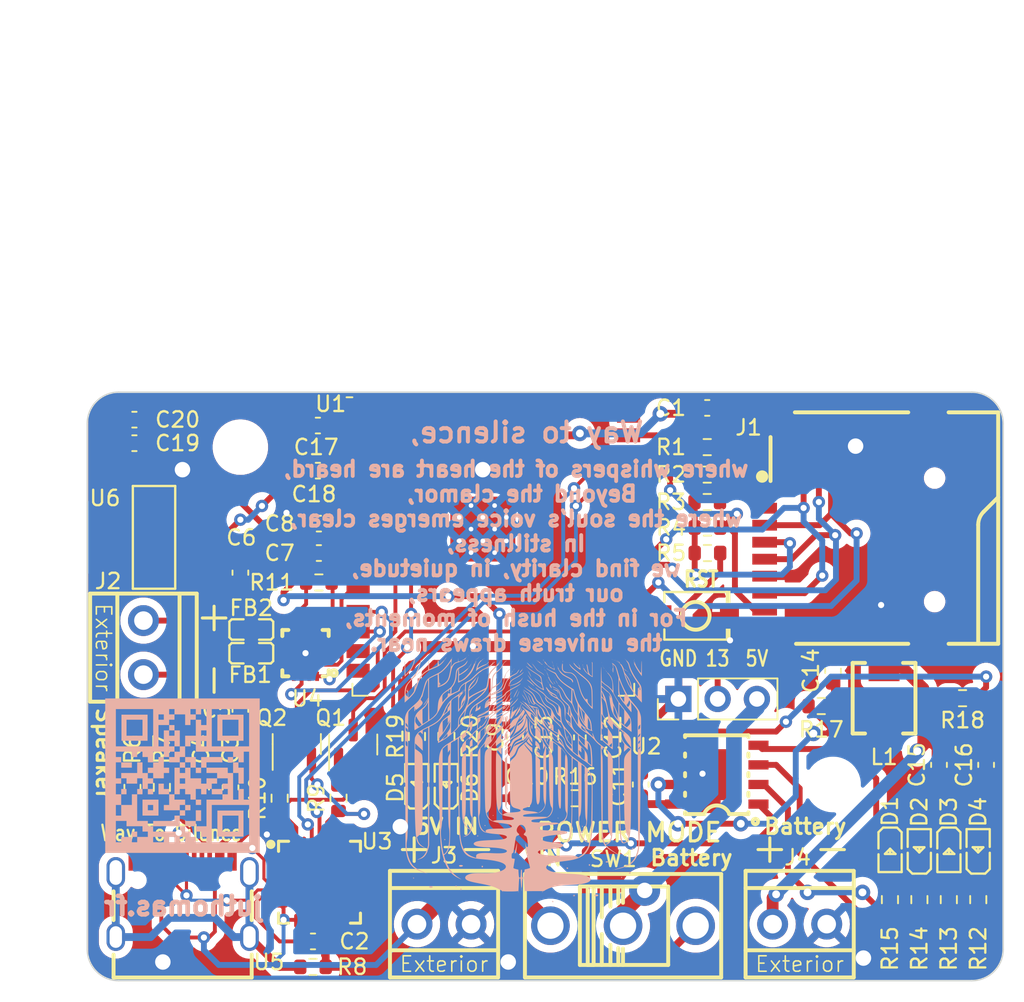
<source format=kicad_pcb>
(kicad_pcb (version 20221018) (generator pcbnew)
  (layers (0 "F.Cu" signal) (31 "B.Cu" signal) (34 "B.Paste" user) (35 "F.Paste" user) (36 "B.SilkS" user "B.Silkscreen") (37 "F.SilkS" user "F.Silkscreen") (38 "B.Mask" user) (39 "F.Mask" user) (44 "Edge.Cuts" user))
  (net 0 "")
  (net 1 "+3.3V")
  (net 2 "GND")
  (net 3 "Net-(U3-VDD)")
  (net 4 "Net-(J2-Pin_2)")
  (net 5 "Net-(J2-Pin_1)")
  (net 6 "+5V")
  (net 7 "Net-(C10-Pad1)")
  (net 8 "/USB to Uart/+5V")
  (net 9 "Net-(C14-Pad1)")
  (net 10 "/BMS/VOUT")
  (net 11 "Net-(U2-BAT)")
  (net 12 "Net-(D1-K)")
  (net 13 "Net-(D1-A)")
  (net 14 "Net-(D2-K)")
  (net 15 "Net-(D3-A)")
  (net 16 "Net-(D4-K)")
  (net 17 "Net-(D5-A)")
  (net 18 "Net-(D6-A)")
  (net 21 "/ESP_IO5")
  (net 22 "/ESP_IO18")
  (net 23 "/ESP_IO19")
  (net 24 "/ESP_IO23")
  (net 25 "/SD Card/Card Inserted")
  (net 26 "Net-(U2-SW)")
  (net 27 "Net-(Q1-B)")
  (net 28 "Net-(Q1-E)")
  (net 29 "/ESP_IO0")
  (net 30 "Net-(Q2-B)")
  (net 31 "Net-(Q2-E)")
  (net 32 "/ESP_EN")
  (net 33 "Net-(U5-CC1)")
  (net 34 "Net-(U5-CC2)")
  (net 35 "/USB to Uart/SH")
  (net 36 "/I2S Amp/SD")
  (net 37 "Net-(U2-LED2)")
  (net 38 "Net-(U2-LED1)")
  (net 39 "/ESP_IO2")
  (net 46 "/ESP_IO25")
  (net 47 "/ESP_IO26")
  (net 48 "/ESP_IO27")
  (net 51 "/ESP_IO13")
  (net 64 "/ESP_RX")
  (net 65 "/ESP_TX")
  (net 70 "/USB to Uart/DP")
  (net 71 "/USB to Uart/DN")
  (net 88 "/I2S Amp/GAIN")
  (net 91 "Net-(U4-OUTP)")
  (net 92 "Net-(U4-OUTN)")
  (net 98 "/BMS/BAT")
  (footprint "Way to silence:USB_C_Receptacle" (layer "F.Cu") (at 76.843998 84.302798)
    (fp_text reference "U5")
    (fp_text value "USB-TYPE-C-018")
  )
  (footprint "Way to silence:Screw_Terminal_3.5" (layer "F.Cu") (at 74.308398 68.037198 -90)
    (fp_text reference "J2")
    (fp_text value "Amplificator_Terminal")
  )
  (footprint "Way to silence:R_0603_1608Metric" (layer "F.Cu") (at 126.429198 84.354198 -90)
    (fp_text reference "R13")
    (fp_text value "0")
  )
  (footprint "Way to silence:R_0603_1608Metric" (layer "F.Cu") (at 110.795198 56.833198)
    (fp_text reference "R2")
    (fp_text value "10K")
  )
  (footprint "Way to silence:C_0603_1608Metric" (layer "F.Cu") (at 85.662198 61.913198)
    (fp_text reference "C7")
    (fp_text value "100nF")
  )
  (footprint "Way to silence:C_0603_1608Metric" (layer "F.Cu") (at 85.598998 56.579198)
    (fp_text reference "C18")
    (fp_text value "100nF")
  )
  (footprint "Way to silence:SW_SPST" (layer "F.Cu") (at 110.046198 65.977198)
    (fp_text reference "SW3" hide)
    (fp_text value "SW_SPST")
  )
  (footprint "Way to silence:R_0603_1608Metric" (layer "F.Cu") (at 85.662198 63.818198)
    (fp_text reference "R11")
    (fp_text value "1M")
  )
  (footprint "Way to silence:LED_0603" (layer "F.Cu") (at 122.622198 81.179198 -90)
    (fp_text reference "D1")
    (fp_text value "LED")
  )
  (footprint "Package_TO_SOT_SMD:SOT-23" (layer "F.Cu") (at 84.232198 74.280698 90)
    (fp_text reference "Q2")
    (fp_text value "BC817")
  )
  (footprint "Way to silence:C_0603_1608Metric" (layer "F.Cu") (at 106.490198 76.899198 90)
    (fp_text reference "C11")
    (fp_text value "22uF")
  )
  (footprint "Way to silence:LED_0603" (layer "F.Cu") (at 92.009198 76.963198 90)
    (fp_text reference "D5")
    (fp_text value "LED")
  )
  (footprint "Way to silence:C_0603_1608Metric" (layer "F.Cu") (at 80.582198 72.060198 90)
    (fp_text reference "C5")
    (fp_text value "220pF")
  )
  (footprint "Way to silence:R_0603_1608Metric" (layer "F.Cu") (at 124.524198 84.354198 -90)
    (fp_text reference "R14")
    (fp_text value "0")
  )
  (footprint "Way to silence:FB_0603" (layer "F.Cu") (at 81.282198 68.390198 180)
    (fp_text reference "FB1")
    (fp_text value "FerriteBead")
  )
  (footprint "Way to silence:R_0603_1608Metric" (layer "F.Cu") (at 122.619198 84.354198 -90)
    (fp_text reference "R15")
    (fp_text value "0")
  )
  (footprint "Way to silence:R_0603_1608Metric" (layer "F.Cu") (at 127.318198 71.311198 180)
    (fp_text reference "R18")
    (fp_text value "0.1R")
  )
  (footprint "Way to silence:LED_0603" (layer "F.Cu") (at 124.524198 81.179198 90)
    (fp_text reference "D2")
    (fp_text value "LED")
  )
  (footprint "Way to silence:C_0603_1608Metric" (layer "F.Cu") (at 101.664198 73.851198 90)
    (fp_text reference "C13")
    (fp_text value "22uF")
  )
  (footprint "Way to silence:SW_SPDT" (layer "F.Cu") (at 105.347198 86.043198)
    (fp_text reference "SW1")
    (fp_text value "SW_SPDT")
  )
  (footprint "Way to silence:LED_0603" (layer "F.Cu") (at 128.334198 81.179198 90)
    (fp_text reference "D4")
    (fp_text value "LED")
  )
  (footprint "Way to silence:AMS1117CD-3.3" (layer "F.Cu") (at 74.994198 60.897198 90)
    (fp_text reference "U6")
    (fp_text value "AMS1117CD-3.3")
  )
  (footprint "Way to silence:R_0603_1608Metric" (layer "F.Cu") (at 93.914198 73.788198 90)
    (fp_text reference "R20")
    (fp_text value "1K")
  )
  (footprint "Way to silence:MAX98357" (layer "F.Cu") (at 84.797198 68.395198 90)
    (fp_text reference "U4")
    (fp_text value "MAX98357AETE+T")
  )
  (footprint "Way to silence:ESP32-WROOM-32" (layer "F.Cu") (at 97.082198 61.013198)
    (fp_text reference "U1")
    (fp_text value "ESP32-WROOM-32-N16")
  )
  (footprint "Way to silence:C_0603_1608Metric" (layer "F.Cu") (at 103.442198 73.851198 90)
    (fp_text reference "C12")
    (fp_text value "22uF")
  )
  (footprint "Way to silence:R_0603_1608Metric" (layer "F.Cu") (at 110.808198 60.262198)
    (fp_text reference "R4")
    (fp_text value "10K")
  )
  (footprint "Way to silence:R_0603_1608Metric" (layer "F.Cu") (at 92.009198 73.788198 90)
    (fp_text reference "R19")
    (fp_text value "1K")
  )
  (footprint "Way to silence:CP2102" (layer "F.Cu") (at 85.702198 83.226198 -90)
    (fp_text reference "U3")
    (fp_text value "CP2102-GMR")
  )
  (footprint "Way to silence:R_0603_1608Metric" (layer "F.Cu") (at 110.795198 58.611198)
    (fp_text reference "R3")
    (fp_text value "10K")
  )
  (footprint "Way to silence:R_0603_1608Metric" (layer "F.Cu") (at 110.795198 55.055198)
    (fp_text reference "R1")
    (fp_text value "10K")
  )
  (footprint "Way to silence:R_0603_1608Metric" (layer "F.Cu") (at 75.502198 77.087198 -90)
    (fp_text reference "R7")
    (fp_text value "5.11K")
  )
  (footprint "Way to silence:SM5308" (layer "F.Cu") (at 111.410198 76.264198 180)
    (fp_text reference "U2")
    (fp_text value "SM5308" hide)
  )
  (footprint "Way to silence:C_0603_1608Metric" (layer "F.Cu") (at 125.794198 75.629198 90)
    (fp_text reference "C15")
    (fp_text value "22uF")
  )
  (footprint "Way to silence:R_0603_1608Metric" (layer "F.Cu") (at 118.174198 71.819198)
    (fp_text reference "R17")
    (fp_text value "1R")
  )
  (footprint "Way to silence:C_0603_1608Metric" (layer "F.Cu") (at 73.724198 53.277198)
    (fp_text reference "C20")
    (fp_text value "10uF")
  )
  (footprint "Way to silence:C_0603_1608Metric" (layer "F.Cu") (at 85.662198 60.008198)
    (fp_text reference "C8")
    (fp_text value "10uF")
  )
  (footprint "Way to silence:R_0603_1608Metric" (layer "F.Cu") (at 83.122198 77.788198 90)
    (fp_text reference "R10")
    (fp_text value "10K")
  )
  (footprint "Way to silence:R_0603_1608Metric" (layer "F.Cu") (at 102.249198 77.788198 180)
    (fp_text reference "R16")
    (fp_text value "0.5R")
  )
  (footprint "Way to silence:C_0603_1608Metric" (layer "F.Cu") (at 79.947198 77.087198 90)
    (fp_text reference "C3")
    (fp_text value "100nF")
  )
  (footprint "Way to silence:MountingHole_3.2mm_M3" (layer "F.Cu") (at 80.582198 55.055198)
    (fp_text reference "H1" hide)
    (fp_text value "MountingHole")
  )
  (footprint "Way to silence:C_0603_1608Metric" (layer "F.Cu") (at 73.724198 54.801198)
    (fp_text reference "C19")
    (fp_text value "100nF")
  )
  (footprint "Way to silence:Inductor" (layer "F.Cu") (at 122.238198 71.311198 90)
    (fp_text reference "L1")
    (fp_text value "1UH")
  )
  (footprint "Way to silence:LED_0603" (layer "F.Cu") (at 126.429198 81.179198 -90)
    (fp_text reference "D3")
    (fp_text value "LED")
  )
  (footprint "Way to silence:LED_0603" (layer "F.Cu") (at 93.914198 76.963198 90)
    (fp_text reference "D6")
    (fp_text value "LED")
  )
  (footprint "Way to silence:C_0603_1608Metric" (layer "F.Cu") (at 85.281198 87.059198 180)
    (fp_text reference "C2")
    (fp_text value "100nF")
  )
  (footprint "Way to silence:Screw_Terminal_3.5" (layer "F.Cu") (at 93.762198 85.941598)
    (fp_text reference "J3")
    (fp_text value "5V_Terminal")
  )
  (footprint "Way to silence:C_0603_1608Metric" (layer "F.Cu") (at 99.124198 77.788198 180)
    (fp_text reference "C10")
    (fp_text value "10uF")
  )
  (footprint "Way to silence:C_0603_1608Metric" (layer "F.Cu") (at 98.362198 73.851198 90)
    (fp_text reference "C9")
    (fp_text value "10uF")
  )
  (footprint "Way to silence:R_0603_1608Metric" (layer "F.Cu") (at 73.597198 77.153198 90)
    (fp_text reference "R6")
    (fp_text value "5.11K")
  )
  (footprint "Way to silence:C_0603_1608Metric" (layer "F.Cu") (at 110.795198 52.515198)
    (fp_text reference "C1")
    (fp_text value "100nF")
  )
  (footprint "Way to silence:C_0603_1608Metric" (layer "F.Cu") (at 80.582198 63.183198 -90)
    (fp_text reference "C6")
    (fp_text value "220pF")
  )
  (footprint "Way to silence:Screw_Terminal_3.5" (layer "F.Cu") (at 116.777198 85.941598)
    (fp_text reference "J4")
    (fp_text value "Battery_Terminal")
  )
  (footprint "Way to silence:C_0603_1608Metric" (layer "F.Cu") (at 128.842198 75.629198 90)
    (fp_text reference "C16")
    (fp_text value "22uF")
  )
  (footprint "Way to silence:R_0603_1608Metric" (layer "F.Cu") (at 128.334198 84.354198 -90)
    (fp_text reference "R12")
    (fp_text value "0")
  )
  (footprint "Way to silence:FB_0603" (layer "F.Cu") (at 81.282198 66.853198 180)
    (fp_text reference "FB2")
    (fp_text value "FerriteBead")
  )
  (footprint "Way to silence:C_0603_1608Metric" (layer "F.Cu") (at 78.042198 77.087198 90)
    (fp_text reference "C4")
    (fp_text value "4.7uF")
  )
  (footprint "Way to silence:R_0603_1608Metric" (layer "F.Cu") (at 110.808198 61.913198)
    (fp_text reference "R5")
    (fp_text value "10K")
  )
  (footprint "Way to silence:C_0603_1608Metric" (layer "F.Cu") (at 85.598398 53.658198)
    (fp_text reference "C17")
    (fp_text value "10uF")
  )
  (footprint "Way to silence:R_0603_1608Metric" (layer "F.Cu") (at 86.932198 77.788198 90)
    (fp_text reference "R9")
    (fp_text value "10K")
  )
  (footprint "Way to silence:SD_Card_Connector" (layer "F.Cu") (at 119.810198 60.135198 90)
    (fp_text reference "J1")
    (fp_text value "SD Card Connector")
  )
  (footprint "Way to silence:MountingHole_3.2mm_M3" (layer "F.Cu") (at 118.936198 76.899198)
    (fp_text reference "H2" hide)
    (fp_text value "MountingHole")
  )
  (footprint "Way to silence:PinHeader_1x03_P2.54mm_Vertical" (layer "F.Cu") (at 111.468598 71.361998)
    (fp_text reference "J5" hide)
    (fp_text value "LEDS Port")
  )
  (footprint "Package_TO_SOT_SMD:SOT-23" (layer "F.Cu") (at 87.882198 74.310698 90)
    (fp_text reference "Q1")
    (fp_text value "BC817")
  )
  (footprint "Way to silence:C_0603_1608Metric" (layer "F.Cu") (at 118.936198 69.533198 90)
    (fp_text reference "C14")
    (fp_text value "4.7nF")
  )
  (footprint "Way to silence:R_0603_1608Metric" (layer "F.Cu") (at 85.281198 88.710198)
    (fp_text reference "R8")
    (fp_text value "1M")
  )
  (footprint "LOGO" (layer "B.Cu") (at 98.806 77.343 180)
    (fp_text reference "IMAGE" hide)
    (fp_text value "LOGO" hide)
  )
  (footprint "LOGO" (layer "B.Cu") (at 76.835 76.327 180)
    (fp_text reference "G***" hide)
    (fp_text value "LOGO" hide)
  )
  (gr_arc (start 127.913357 51.499198) (mid 129.350224 52.094343) (end 129.945357 53.531198) (stroke (width 0.1)) (layer "Edge.Cuts"))
  (gr_line (start 129.945357 53.531198) (end 129.945357 87.567198) (stroke (width 0.1)) (layer "Edge.Cuts"))
  (gr_arc (start 129.945357 87.567198) (mid 129.350195 89.004024) (end 127.913357 89.599198) (stroke (width 0.1)) (layer "Edge.Cuts"))
  (gr_arc (start 70.676198 53.531198) (mid 71.271357 52.094357) (end 72.708198 51.499198) (stroke (width 0.1)) (layer "Edge.Cuts"))
  (gr_line (start 70.676198 87.567198) (end 70.676198 53.531198) (stroke (width 0.1)) (layer "Edge.Cuts"))
  (gr_line (start 72.708198 51.499198) (end 127.913357 51.499198) (stroke (width 0.1)) (layer "Edge.Cuts"))
  (gr_arc (start 72.708198 89.599198) (mid 71.271357 89.004039) (end 70.676198 87.567198) (stroke (width 0.1)) (layer "Edge.Cuts"))
  (gr_line (start 127.913357 89.599198) (end 72.708198 89.599198) (stroke (width 0.1)) (layer "Edge.Cuts"))
  (gr_text "juthomas.fr" (at 82.169 85.471) (layer "B.SilkS") (effects (font (size 1.2 1.2) (thickness 0.3) bold) (justify left bottom mirror)))
  (gr_text "Way to silence," (at 106.807 54.864) (layer "B.SilkS") (effects (font (size 1.3 1.3) (thickness 0.26) bold) (justify left bottom mirror)))
  (gr_text "\nwhere whispers of the heart are heard,\nBeyond the clamor, \nwhere the soul's voice emerges clear,\nIn stillness,\nwe find clarity, in quietude,\nour truth appears,\nFor in the hush of moments,\nthe universe draws near." (at 98.425 68.326) (layer "B.SilkS") (effects (font (size 1 1) (thickness 0.25) bold) (justify bottom mirror)))
  (gr_text "RST" (at 110.401798 64.199198) (layer "F.SilkS") (effects (font (size 1 0.8) (thickness 0.2) bold) (justify bottom)))
  (gr_text "VIN" (at 98.870198 82.233198) (layer "F.SilkS") (effects (font (size 1 1) (thickness 0.2) bold) (justify left bottom)))
  (gr_text "Battery" (at 106.998198 82.233198) (layer "F.SilkS") (effects (font (size 1 1) (thickness 0.2) bold) (justify left bottom)))
  (gr_text "Battery" (at 114.364198 80.201198) (layer "F.SilkS") (effects (font (size 1 1) (thickness 0.2) bold) (justify left bottom)))
  (gr_text "Way To Silence" (at 71.438198 80.632998) (layer "F.SilkS") (effects (font (size 1 0.8)) (justify left bottom)))
  (gr_text "Speaker" (at 71.184198 71.819198 -90) (layer "F.SilkS") (effects (font (size 1 1) (thickness 0.2) bold) (justify left bottom)))
  (gr_text "POWER MODE" (at 99.632198 80.709198) (layer "F.SilkS") (effects (font (size 1.2 1.2) (thickness 0.2) bold) (justify left bottom)))
  (gr_text "5V IN" (at 91.758198 80.201198) (layer "F.SilkS") (effects (font (size 1 1) (thickness 0.2) bold) (justify left bottom)))
  (segment (start 109.983198 58.624198) (end 109.970198 58.611198) (width 0.381) (layer "F.Cu") (net 1))
  (segment (start 90.467198 69.046198) (end 90.742198 68.771198) (width 0.25) (layer "F.Cu") (net 1))
  (segment (start 116.074198 61.210198) (end 116.142198 61.278198) (width 0.381) (layer "F.Cu") (net 1))
  (segment (start 90.742198 68.771198) (end 91.377198 68.136198) (width 0.25) (layer "F.Cu") (net 1))
  (segment (start 85.916198 57.722198) (end 86.373998 57.264398) (width 0.381) (layer "F.Cu") (net 1))
  (segment (start 87.008398 54.293198) (end 86.373398 53.658198) (width 0.381) (layer "F.Cu") (net 1))
  (segment (start 102.426198 54.293198) (end 102.553198 54.166198) (width 0.508) (layer "F.Cu") (net 1))
  (segment (start 88.202198 54.293198) (end 102.426198 54.293198) (width 0.508) (layer "F.Cu") (net 1))
  (segment (start 89.202198 54.293198) (end 88.202198 54.293198) (width 0.25) (layer "F.Cu") (net 1))
  (segment (start 86.424198 56.528998) (end 86.373998 56.579198) (width 0.25) (layer "F.Cu") (net 1))
  (segment (start 86.373998 54.990398) (end 86.373998 56.579198) (width 0.381) (layer "F.Cu") (net 1))
  (segment (start 79.439198 60.897198) (end 80.582198 59.754198) (width 0.381) (layer "F.Cu") (net 1))
  (segment (start 90.467198 71.858198) (end 90.467198 69.046198) (width 0.25) (layer "F.Cu") (net 1))
  (segment (start 107.760198 52.896198) (end 109.335198 52.896198) (width 0.508) (layer "F.Cu") (net 1))
  (segment (start 81.979198 58.865198) (end 83.122198 57.722198) (width 0.381) (layer "F.Cu") (net 1))
  (segment (start 83.122198 57.722198) (end 85.916198 57.722198) (width 0.381) (layer "F.Cu") (net 1))
  (segment (start 114.510198 61.210198) (end 116.074198 61.210198) (width 0.381) (layer "F.Cu") (net 1))
  (segment (start 110.020198 52.515198) (end 110.020198 55.005198) (width 0.508) (layer "F.Cu") (net 1))
  (segment (start 92.009198 72.963198) (end 91.572198 72.963198) (width 0.25) (layer "F.Cu") (net 1))
  (segment (start 109.983198 60.262198) (end 109.983198 58.624198) (width 0.381) (layer "F.Cu") (net 1))
  (segment (start 77.829198 60.897198) (end 79.439198 60.897198) (width 0.381) (layer "F.Cu") (net 1))
  (segment (start 109.983198 61.913198) (end 109.983198 63.247198) (width 0.381) (layer "F.Cu") (net 1))
  (segment (start 110.020198 55.005198) (end 109.970198 55.055198) (width 0.508) (layer "F.Cu") (net 1))
  (segment (start 91.572198 72.963198) (end 90.467198 71.858198) (width 0.25) (layer "F.Cu") (net 1))
  (segment (start 109.970198 56.833198) (end 109.970198 55.055198) (width 0.381) (layer "F.Cu") (net 1))
  (segment (start 88.202198 54.293198) (end 87.071198 54.293198) (width 0.381) (layer "F.Cu") (net 1))
  (segment (start 109.983198 61.913198) (end 109.983198 60.262198) (width 0.381) (layer "F.Cu") (net 1))
  (segment (start 109.970198 53.531198) (end 109.970198 52.565198) (width 0.381) (layer "F.Cu") (net 1))
  (segment (start 109.970198 58.611198) (end 109.970198 56.833198) (width 0.381) (layer "F.Cu") (net 1))
  (segment (start 109.335198 52.896198) (end 109.970198 53.531198) (width 0.508) (layer "F.Cu") (net 1))
  (segment (start 86.373998 57.264398) (end 86.373998 56.579198) (width 0.381) (layer "F.Cu") (net 1))
  (segment (start 87.071198 54.293198) (end 86.373998 54.990398) (width 0.381) (layer "F.Cu") (net 1))
  (segment (start 91.377198 68.136198) (end 91.377198 68.009198) (width 0.25) (layer "F.Cu") (net 1))
  (segment (start 91.631198 56.722198) (end 89.202198 54.293198) (width 0.25) (layer "F.Cu") (net 1))
  (segment (start 91.631198 65.850198) (end 91.631198 56.722198) (width 0.25) (layer "F.Cu") (net 1))
  (segment (start 109.983198 63.247198) (end 110.046198 63.310198) (width 0.381) (layer "F.Cu") (net 1))
  (segment (start 109.970198 55.055198) (end 109.970198 53.531198) (width 0.381) (layer "F.Cu") (net 1))
  (segment (start 88.202198 54.293198) (end 87.008398 54.293198) (width 0.381) (layer "F.Cu") (net 1))
  (segment (start 109.970198 52.565198) (end 110.020198 52.515198) (width 0.381) (layer "F.Cu") (net 1))
  (via (at 80.582198 59.754198) (size 0.8) (drill 0.4) (layers "F.Cu" "B.Cu") (net 1))
  (via (at 116.142198 61.278198) (size 0.8) (drill 0.4) (layers "F.Cu" "B.Cu") (net 1))
  (via (at 102.553198 54.166198) (size 1) (drill 0.508) (layers "F.Cu" "B.Cu") (net 1))
  (via (at 91.377198 68.009198) (size 0.8) (drill 0.4) (layers "F.Cu" "B.Cu") (net 1))
  (via (at 81.979198 58.865198) (size 0.8) (drill 0.4) (layers "F.Cu" "B.Cu") (net 1))
  (via (at 110.046198 63.310198) (size 0.8) (drill 0.4) (layers "F.Cu" "B.Cu") (net 1))
  (via (at 107.760198 52.896198) (size 1) (drill 0.508) (layers "F.Cu" "B.Cu") (net 1))
  (via (at 91.631198 65.850198) (size 0.8) (drill 0.4) (layers "F.Cu" "B.Cu") (net 1))
  (segment (start 115.634198 63.310198) (end 110.046198 63.310198) (width 0.381) (layer "B.Cu") (net 1))
  (segment (start 81.090198 59.754198) (end 81.979198 58.865198) (width 0.381) (layer "B.Cu") (net 1))
  (segment (start 116.142198 62.802198) (end 115.634198 63.310198) (width 0.381) (layer "B.Cu") (net 1))
  (segment (start 91.631198 67.755198) (end 91.377198 68.009198) (width 0.25) (layer "B.Cu") (net 1))
  (segment (start 106.490198 54.166198) (end 107.760198 52.896198) (width 0.508) (layer "B.Cu") (net 1))
  (segment (start 91.631198 65.850198) (end 91.631198 67.755198) (width 0.25) (layer "B.Cu") (net 1))
  (segment (start 102.553198 54.166198) (end 106.490198 54.166198) (width 0.508) (layer "B.Cu") (net 1))
  (segment (start 80.582198 59.754198) (end 81.090198 59.754198) (width 0.381) (layer "B.Cu") (net 1))
  (segment (start 116.142198 61.278198) (end 116.142198 62.802198) (width 0.381) (layer "B.Cu") (net 1))
  (segment (start 111.410198 77.819802) (end 111.410198 76.264198) (width 0.508) (layer "F.Cu") (net 2))
  (segment (start 111.410198 76.264198) (end 111.410198 75.088198) (width 0.508) (layer "F.Cu") (net 2))
  (segment (start 95.509698 61.888198) (end 94.747198 61.125698) (width 0.508) (layer "F.Cu") (net 2))
  (segment (start 112.231198 67.527198) (end 112.268 67.564) (width 0.381) (layer "F.Cu") (net 2))
  (segment (start 98.4885 58.1025) (end 99.230901 57.360099) (width 0.508) (layer "F.Cu") (net 2))
  (segment (start 97.797198 59.600698) (end 97.797198 61.125698) (width 0.508) (layer "F.Cu") (net 2))
  (segment (start 95.509698 61.888198) (end 97.034698 61.888198) (width 0.508) (layer "F.Cu") (net 2))
  (segment (start 94.747198 59.600698) (end 95.509698 58.838198) (width 0.508) (layer "F.Cu") (net 2))
  (segment (start 91.242198 69.539802) (end 91.567 69.215) (width 0.381) (layer "F.Cu") (net 2))
  (segment (start 73.793998 81.026) (end 73.533 81.026) (width 0.25) (layer "F.Cu") (net 2))
  (segment (start 94.702802 61.888198) (end 93.428099 63.162901) (width 0.508) (layer "F.Cu") (net 2))
  (segment (start 80.193998 81.828798) (end 80.193998 80.969002) (width 0.25) (layer "F.Cu") (net 2))
  (segment (start 94.747198 61.125698) (end 94.747198 59.600698) (width 0.508) (layer "F.Cu") (net 2))
  (segment (start 84.547198 68.645198) (end 84.797198 68.395198) (width 0.25) (layer "F.Cu") (net 2))
  (segment (start 86.297198 68.143198) (end 85.049198 68.143198) (width 0.25) (layer "F.Cu") (net 2))
  (segment (start 97.797198 61.125698) (end 97.034698 60.363198) (width 0.508) (layer "F.Cu") (net 2))
  (segment (start 73.493998 81.240998) (end 73.025 80.772) (width 0.25) (layer "F.Cu") (net 2))
  (segment (start 97.034698 60.363198) (end 96.272198 59.600698) (width 0.508) (layer "F.Cu") (net 2))
  (segment (start 73.493998 81.828798) (end 73.493998 81.240998) (width 0.25) (layer "F.Cu") (net 2))
  (segment (start 116.548802 63.410198) (end 116.713 63.246) (width 0.381) (layer "F.Cu") (net 2))
  (segment (start 112.231198 65.977198) (end 112.231198 67.527198) (width 0.381) (layer "F.Cu") (net 2))
  (segment (start 84.797198 68.395198) (end 85.045198 68.643198) (width 0.25) (layer "F.Cu") (net 2))
  (segment (start 97.797198 58.793802) (end 98.4885 58.1025) (width 0.508) (layer "F.Cu") (net 2))
  (segment (start 97.797198 61.125698) (end 97.797198 61.888198) (width 0.508) (layer "F.Cu") (net 2))
  (segment (start 97.034698 58.838198) (end 97.797198 59.600698) (width 0.508) (layer "F.Cu") (net 2))
  (segment (start 96.272198 61.125698) (end 97.034698 60.363198) (width 0.508) (layer "F.Cu") (net 2))
  (segment (start 81.153 80.01) (end 82.169 80.01) (width 0.25) (layer "F.Cu") (net 2))
  (segment (start 73.793998 81.026) (end 73.793998 80.524998) (width 0.25) (layer "F.Cu") (net 2))
  (segment (start 85.702198 83.226198) (end 88.011 85.535) (width 0.25) (layer "F.Cu") (net 2))
  (segment (start 83.297198 68.645198) (end 84.547198 68.645198) (width 0.25) (layer "F.Cu") (net 2))
  (segment (start 110.617 78.486) (end 110.533077 78.402077) (width 0.508) (layer "F.Cu") (net 2))
  (segment (start 97.797198 61.125698) (end 97.034698 61.888198) (width 0.508) (layer "F.Cu") (net 2))
  (segment (start 73.279 80.772) (end 73.025 80.772) (width 0.25) (layer "F.Cu") (net 2))
  (segment (start 110.554198 76.264198) (end 110.49 76.2) (width 0.508) (layer "F.Cu") (net 2))
  (segment (start 83.202198 82.725198) (end 85.201198 82.725198) (width 0.25) (layer "F.Cu") (net 2))
  (segment (start 96.272198 59.600698) (end 97.034698 58.838198) (width 0.508) (layer "F.Cu") (net 2))
  (segment (start 97.752802 58.838198) (end 98.4885 58.1025) (width 0.508) (layer "F.Cu") (net 2))
  (segment (start 114.510198 63.410198) (end 116.548802 63.410198) (width 0.381) (layer "F.Cu") (net 2))
  (segment (start 97.034698 58.838198) (end 97.752802 58.838198) (width 0.508) (layer "F.Cu") (net 2))
  (segment (start 97.797198 58.838198) (end 94.779198 58.838198) (width 0.508) (layer "F.Cu") (net 2))
  (segment (start 111.410198 77.819802) (end 110.744 78.486) (width 0.508) (layer "F.Cu") (net 2))
  (segment (start 95.509698 58.838198) (end 96.272198 59.600698) (width 0.508) (layer "F.Cu") (net 2))
  (segment (start 111.410198 76.264198) (end 110.554198 76.264198) (width 0.508) (layer "F.Cu") (net 2))
  (segment (start 88.011 85.535) (end 88.011 85.598) (width 0.25) (layer "F.Cu") (net 2))
  (segment (start 94.779198 58.838198) (end 93.428099 57.487099) (width 0.508) (layer "F.Cu") (net 2))
  (segment (start 84.887198 61.519198) (end 84.201 60.833) (width 0.508) (layer "F.Cu") (net 2))
  (segment (start 97.034698 61.888198) (end 97.797198 61.888198) (width 0.508) (layer "F.Cu") (net 2))
  (segment (start 85.045198 68.643198) (end 85.045198 69.895198) (width 0.25) (layer "F.Cu") (net 2))
  (segment (start 80.193998 80.969002) (end 81.153 80.01) (width 0.25) (layer "F.Cu") (net 2))
  (segment (start 73.533 81.026) (end 73.279 80.772) (width 0.25) (layer "F.Cu") (net 2))
  (segment (start 84.887198 61.913198) (end 84.887198 61.519198) (width 0.508) (layer "F.Cu") (net 2))
  (segment (start 83.312 59.944) (end 83.312 59.817) (width 0.508) (layer "F.Cu") (net 2))
  (segment (start 97.034698 61.888198) (end 96.272198 61.125698) (width 0.508) (layer "F.Cu") (net 2))
  (segment (start 83.312 59.563) (end 83.566 59.309) (width 0.25) (layer "F.Cu") (net 2))
  (segment (start 95.509698 60.363198) (end 96.272198 60.363198) (width 0.508) (layer "F.Cu") (net 2))
  (segment (start 97.797198 58.838198) (end 97.797198 59.600698) (width 0.508) (layer "F.Cu") (net 2))
  (segment (start 85.049198 68.143198) (end 84.797198 68.395198) (width 0.25) (layer "F.Cu") (net 2))
  (segment (start 97.797198 61.888198) (end 98.901 62.992) (width 0.508) (layer "F.Cu") (net 2))
  (segment (start 108.724002 71.361998) (end 107.442 72.644) (width 0.508) (layer "F.Cu") (net 2))
  (segment (start 97.797198 58.838198) (end 97.797198 61.125698) (width 0.508) (layer "F.Cu") (net 2))
  (segment (start 95.509698 61.888198) (end 96.272198 61.125698) (width 0.508) (layer "F.Cu") (net 2))
  (segment (start 110.744 78.486) (end 110.617 78.486) (width 0.508) (layer "F.Cu") (net 2))
  (segment (start 97.797198 59.600698) (end 97.797198 58.793802) (width 0.508) (layer "F.Cu") (net 2))
  (segment (start 97.797198 58.838198) (end 97.034698 58.838198) (width 0.508) (layer "F.Cu") (net 2))
  (segment (start 95.509698 58.838198) (end 95.509698 60.363198) (width 0.508) (layer "F.Cu") (net 2))
  (segment (start 97.034698 58.838198) (end 95.509698 58.838198) (width 0.508) (layer "F.Cu") (net 2))
  (segment (start 82.169 80.01) (end 82.296 80.137) (width 0.25) (layer "F.Cu") (net 2))
  (segment (start 84.201 60.833) (end 83.312 59.944) (width 0.508) (layer "F.Cu") (net 2))
  (segment (start 73.025 80.772) (end 72.771 80.518) (width 0.25) (layer "F.Cu") (net 2))
  (segment (start 85.201198 82.725198) (end 85.702198 83.226198) (width 0.25) (layer "F.Cu") (net 2))
  (segment (start 73.793998 81.828798) (end 73.793998 81.026) (width 0.25) (layer "F.Cu") (net 2))
  (segment (start 83.312 59.817) (end 83.312 59.563) (width 0.25) (layer "F.Cu") (net 2))
  (segment (start 95.509698 61.888198) (end 94.702802 61.888198) (width 0.508) (layer "F.Cu") (net 2))
  (segment (start 95.509698 58.838198) (end 94.779198 58.838198) (width 0.508) (layer "F.Cu") (net 2))
  (segment (start 91.242198 70.783198) (end 91.242198 69.539802) (width 0.381) (layer "F.Cu") (net 2))
  (segment (start 97.797198 59.600698) (end 97.034698 60.363198) (width 0.508) (layer "F.Cu") (net 2))
  (segment (start 73.793998 80.524998) (end 73.787 80.518) (width 0.25) (layer "F.Cu") (net 2))
  (via (at 76.835 56.515) (size 2) (drill 1) (layers "F.Cu" "B.Cu") (net 2))
  (via (at 96.266 56.515) (size 2) (drill 1) (layers "F.Cu" "B.Cu") (net 2))
  (via (at 112.268 67.564) (size 0.8) (drill 0.4) (layers "F.Cu" "B.Cu") (net 2))
  (via (at 82.296 80.137) (size 0.8) (drill 0.4) (layers "F.Cu" "B.Cu") (net 2))
  (via (at 97.917 88.392) (size 2) (drill 1) (layers "F.Cu" "B.Cu") (net 2))
  (via (at 95.631 67.945) (size 0.8) (drill 0.4) (layers "F.Cu" "B.Cu") (net 2))
  (via (at 84.797198 68.395198) (size 0.8) (drill 0.4) (layers "F.Cu" "B.Cu") (net 2))
  (via (at 90.932 79.629) (size 2) (drill 1) (layers "F.Cu" "B.Cu") (net 2))
  (via (at 75.565 88.392) (size 2) (drill 1) (layers "F.Cu" "B.Cu") (net 2))
  (via (at 122.047 65.278) (size 0.8) (drill 0.4) (layers "F.Cu" "B.Cu") (net 2))
  (via (at 120.396 54.991) (size 2) (drill 1) (layers "F.Cu" "B.Cu") (net 2))
  (via (at 110.49 76.2) (size 0.8) (drill 0.4) (layers "F.Cu" "B.Cu") (net 2))
  (via (at 83.566 59.309) (size 0.8) (drill 0.4) (layers "F.Cu" "B.Cu") (net 2))
  (via (at 120.904 88.138) (size 2) (drill 1) (layers "F.Cu" "B.Cu") (net 2))
  (segment (start 81.598198 84.519198) (end 81.890198 84.227198) (width 0.25) (layer "F.Cu") (net 3))
  (segment (start 81.890198 84.227198) (end 83.202198 84.227198) (width 0.25) (layer "F.Cu") (net 3))
  (segment (start 83.122198 87.059198) (end 81.598198 85.535198) (width 0.25) (layer "F.Cu") (net 3))
  (segment (start 84.506198 87.059198) (end 83.122198 87.059198) (width 0.25) (layer "F.Cu") (net 3))
  (segment (start 81.598198 85.535198) (end 81.598198 84.519198) (width 0.25) (layer "F.Cu") (net 3))
  (segment (start 79.185198 69.787198) (end 80.582198 68.390198) (width 0.381) (layer "F.Cu") (net 4))
  (segment (start 80.582198 71.285198) (end 80.582198 68.390198) (width 0.381) (layer "F.Cu") (net 4))
  (segment (start 74.308398 69.787198) (end 79.185198 69.787198) (width 0.381) (layer "F.Cu") (net 4))
  (segment (start 80.016198 66.287198) (end 80.582198 66.853198) (width 0.381) (layer "F.Cu") (net 5))
  (segment (start 80.582198 66.853198) (end 80.582198 63.958198) (width 0.381) (layer "F.Cu") (net 5))
  (segment (start 74.308398 66.287198) (end 80.016198 66.287198) (width 0.381) (layer "F.Cu") (net 5))
  (segment (start 105.347198 85.154198) (end 106.744198 83.757198) (width 1.016) (layer "F.Cu") (net 6))
  (segment (start 84.045198 66.011198) (end 84.837198 65.219198) (width 0.25) (layer "F.Cu") (net 6))
  (segment (start 74.499198 53.277198) (end 74.499198 56.465198) (width 0.381) (layer "F.Cu") (net 6))
  (segment (start 76.631198 58.597198) (end 77.829198 58.597198) (width 0.381) (layer "F.Cu") (net 6))
  (segment (start 80.568198 58.597198) (end 83.122198 61.151198) (width 0.381) (layer "F.Cu") (net 6))
  (segment (start 84.545198 66.511198) (end 84.545198 66.895198) (width 0.25) (layer "F.Cu") (net 6))
  (segment (start 94.044198 64.707198) (end 96.203198 64.707198) (width 0.381) (layer "F.Cu") (net 6))
  (segment (start 84.011198 63.818198) (end 84.837198 63.818198) (width 0.381) (layer "F.Cu") (net 6))
  (segment (start 84.837198 65.219198) (end 84.837198 63.818198) (width 0.25) (layer "F.Cu") (net 6))
  (segment (start 77.829198 58.597198) (end 80.568198 58.597198) (width 0.381) (layer "F.Cu") (net 6))
  (segment (start 74.499198 56.465198) (end 76.631198 58.597198) (width 0.381) (layer "F.Cu") (net 6))
  (segment (start 86.437198 61.913198) (end 86.437198 62.218198) (width 0.381) (layer "F.Cu") (net 6))
  (segment (start 86.437198 60.008198) (end 86.437198 61.913198) (width 0.381) (layer "F.Cu") (net 6))
  (segment (start 83.122198 62.929198) (end 84.011198 63.818198) (width 0.381) (layer "F.Cu") (net 6))
  (segment (start 84.011198 63.818198) (end 83.376198 64.453198) (width 0.381) (layer "F.Cu") (net 6))
  (segment (start 83.122198 61.151198) (end 83.122198 62.929198) (width 0.381) (layer "F.Cu") (net 6))
  (segment (start 84.045198 66.895198) (end 84.045198 66.011198) (width 0.25) (layer "F.Cu") (net 6))
  (segment (start 96.203198 64.707198) (end 97.346198 65.850198) (width 0.381) (layer "F.Cu") (net 6))
  (segment (start 105.347198 86.043198) (end 105.347198 85.154198) (width 1.016) (layer "F.Cu") (net 6))
  (segment (start 84.045198 66.011198) (end 84.545198 66.511198) (width 0.25) (layer "F.Cu") (net 6))
  (segment (start 83.376198 64.453198) (end 83.376198 64.961198) (width 0.381) (layer "F.Cu") (net 6))
  (segment (start 86.437198 62.218198) (end 84.837198 63.818198) (width 0.381) (layer "F.Cu") (net 6))
  (via (at 106.744198 83.757198) (size 2) (drill 1) (layers "F.Cu" "B.Cu") (net 6))
  (via (at 83.376198 64.961198) (size 0.8) (drill 0.4) (layers "F.Cu" "B.Cu") (net 6))
  (via (at 94.044198 64.707198) (size 0.8) (drill 0.4) (layers "F.Cu" "B.Cu") (net 6))
  (via (at 97.346198 65.850198) (size 0.8) (drill 0.4) (layers "F.Cu" "B.Cu") (net 6))
  (segment (start 112.522 77.979396) (end 106.744198 83.757198) (width 1.016) (layer "B.Cu") (net 6))
  (segment (start 97.346198 79.185198) (end 101.410198 83.249198) (width 0.381) (layer "B.Cu") (net 6))
  (segment (start 83.376198 64.961198) (end 83.630198 64.707198) (width 0.381) (layer "B.Cu") (net 6))
  (segment (start 83.630198 64.707198) (end 94.044198 64.707198) (width 0.381) (layer "B.Cu") (net 6))
  (segment (start 114.008598 71.920798) (end 112.522 73.407396) (width 1.016) (layer "B.Cu") (net 6))
  (segment (start 106.236198 83.249198) (end 106.744198 83.757198) (width 0.381) (layer "B.Cu") (net 6))
  (segment (start 97.346198 65.850198) (end 97.346198 79.185198) (width 0.381) (layer "B.Cu") (net 6))
  (segment (start 112.522 73.407396) (end 112.522 77.979396) (width 1.016) (layer "B.Cu") (net 6))
  (segment (start 114.008598 71.361998) (end 114.008598 71.920798) (width 1.016) (layer "B.Cu") (net 6))
  (segment (start 101.410198 83.249198) (end 106.236198 83.249198) (width 0.381) (layer "B.Cu") (net 6))
  (segment (start 101.424198 77.788198) (end 99.899198 77.788198) (width 0.508) (layer "F.Cu") (net 7))
  (segment (start 74.593998 81.828798) (end 74.593998 82.756849) (width 0.25) (layer "F.Cu") (net 8))
  (segment (start 101.664198 80.836198) (end 100.267198 80.836198) (width 0.381) (layer "F.Cu") (net 8))
  (segment (start 83.376198 84.901198) (end 83.202198 84.727198) (width 0.25) (layer "F.Cu") (net 8))
  (segment (start 78.220649 86.805198) (end 76.264198 86.805198) (width 0.25) (layer "F.Cu") (net 8))
  (segment (start 74.293998 82.456849) (end 74.593998 82.756849) (width 0.25) (layer "F.Cu") (net 8))
  (segment (start 80.956598 79.185198) (end 79.353498 80.788298) (width 0.381) (layer "F.Cu") (net 8))
  (segment (start 78.931198 82.919649) (end 79.093998 82.756849) (width 0.25) (layer "F.Cu") (net 8))
  (segment (start 76.264198 86.805198) (end 75.467347 86.008347) (width 0.25) (layer "F.Cu") (net 8))
  (segment (start 100.648198 76.137198) (end 102.172198 76.137198) (width 0.508) (layer "F.Cu") (net 8))
  (segment (start 98.996698 84.392698) (end 97.853198 83.249198) (width 1.016) (layer "F.Cu") (net 8))
  (segment (start 75.467347 86.008347) (end 75.467347 83.630198) (width 0.25) (layer "F.Cu") (net 8))
  (segment (start 98.362198 74.626198) (end 99.137198 74.626198) (width 0.508) (layer "F.Cu") (net 8))
  (segment (start 83.376198 85.662198) (end 84.137198 85.662198) (width 0.25) (layer "F.Cu") (net 8))
  (segment (start 103.074198 77.039198) (end 103.074198 77.788198) (width 0.508) (layer "F.Cu") (net 8))
  (segment (start 99.137198 74.626198) (end 100.648198 76.137198) (width 0.508) (layer "F.Cu") (net 8))
  (segment (start 78.550198 86.805198) (end 78.931198 86.424198) (width 0.25) (layer "F.Cu") (net 8))
  (segment (start 79.093998 81.828798) (end 79.093998 82.756849) (width 0.25) (layer "F.Cu") (net 8))
  (segment (start 83.376198 85.662198) (end 83.376198 84.901198) (width 0.25) (layer "F.Cu") (net 8))
  (segment (start 100.267198 80.836198) (end 99.759198 81.344198) (width 0.381) (layer "F.Cu") (net 8))
  (segment (start 103.074198 77.788198) (end 103.074198 78.029198) (width 0.508) (layer "F.Cu") (net 8))
  (segment (start 114.872198 78.931198) (end 114.872198 79.693198) (width 0.381) (layer "F.Cu") (net 8))
  (segment (start 81.471198 76.899198) (end 81.471198 79.058198) (width 0.381) (layer "F.Cu") (net 8))
  (segment (start 79.353498 80.788298) (end 79.134498 81.007298) (width 0.381) (layer "F.Cu") (net 8))
  (segment (start 78.042198 76.312198) (end 79.947198 76.312198) (width 0.381) (layer "F.Cu") (net 8))
  (segment (start 81.344198 79.185198) (end 80.956598 79.185198) (width 0.381) (layer "F.Cu") (net 8))
  (segment (start 78.931198 86.424198) (end 78.931198 82.919649) (width 0.25) (layer "F.Cu") (net 8))
  (segment (start 100.647198 86.043198) (end 98.996698 84.392698) (width 1.016) (layer "F.Cu") (net 8))
  (segment (start 79.393998 81.828798) (end 79.393998 82.456849) (width 0.25) (layer "F.Cu") (net 8))
  (segment (start 78.220649 86.805198) (end 78.550198 86.805198) (width 0.25) (layer "F.Cu") (net 8))
  (segment (start 99.759198 81.344198) (end 98.996698 82.106698) (width 0.508) (layer "F.Cu") (net 8))
  (segment (start 102.172198 76.137198) (end 103.074198 77.039198) (width 0.508) (layer "F.Cu") (net 8))
  (segment (start 94.704598 83.249198) (end 92.012198 85.941598) (width 1.016) (layer "F.Cu") (net 8))
  (segment (start 98.996698 82.106698) (end 98.996698 84.392698) (width 0.508) (layer "F.Cu") (net 8))
  (segment (start 80.884198 76.312198) (end 81.471198 76.899198) (width 0.381) (layer "F.Cu") (net 8))
  (segment (start 103.074198 78.029198) (end 99.759198 81.344198) (width 0.508) (layer "F.Cu") (net 8))
  (segment (start 79.393998 82.456849) (end 79.093998 82.756849) (width 0.25) (layer "F.Cu") (net 8))
  (segment (start 84.137198 85.662198) (end 84.201198 85.726198) (width 0.25) (layer "F.Cu") (net 8))
  (segment (start 79.947198 76.312198) (end 80.884198 76.312198) (width 0.381) (layer "F.Cu") (net 8))
  (segment (start 113.856198 80.709198) (end 105.855198 80.709198) (width 0.381) (layer "F.Cu") (net 8))
  (segment (start 74.293998 81.828798) (end 74.293998 82.456849) (width 0.25) (layer "F.Cu") (net 8))
  (segment (start 79.134498 81.007298) (end 79.134498 81.828798) (width 0.381) (layer "F.Cu") (net 8))
  (segment (start 114.872198 79.693198) (end 113.856198 80.709198) (width 0.381) (layer "F.Cu") (net 8))
  (segment (start 114.110198 78.169198) (end 114.872198 78.931198) (width 0.381) (layer "F.Cu") (net 8))
  (segment (start 81.471198 79.058198) (end 81.344198 79.185198) (width 0.381) (layer "F.Cu") (net 8))
  (segment (start 97.853198 83.249198) (end 94.704598 83.249198) (width 1.016) (layer "F.Cu") (net 8))
  (segment (start 79.353498 80.788298) (end 79.353498 81.828798) (width 0.381) (layer "F.Cu") (net 8))
  (segment (start 75.467347 83.630198) (end 74.593998 82.756849) (width 0.25) (layer "F.Cu") (net 8))
  (via (at 101.664198 80.836198) (size 0.8) (drill 0.4) (layers "F.Cu" "B.Cu") (net 8))
  (via (at 78.220649 86.805198) (size 0.8) (drill 0.4) (layers "F.Cu" "B.Cu") (net 8))
  (via (at 105.855198 80.709198) (size 0.8) (drill 0.4) (layers "F.Cu" "B.Cu") (net 8))
  (via (at 83.376198 85.662198) (size 0.8) (drill 0.4) (layers "F.Cu" "B.Cu") (net 8))
  (segment (start 79.185198 88.583198) (end 82.614198 88.583198) (width 0.381) (layer "B.Cu") (net 8))
  (segment (start 78.220649 87.618649) (end 79.185198 88.583198) (width 0.381) (layer "B.Cu") (net 8))
  (segment (start 105.855198 80.709198) (end 101.791198 80.709198) (width 0.381) (layer "B.Cu") (net 8))
  (segment (start 82.614198 88.583198) (end 83.376198 87.821198) (width 0.25) (layer "B.Cu") (net 8))
  (segment (start 82.614198 88.583198) (end 89.370598 88.583198) (width 0.381) (layer "B.Cu") (net 8))
  (segment (start 78.220649 86.805198) (end 78.220649 87.618649) (width 0.381) (layer "B.Cu") (net 8))
  (segment (start 89.370598 88.583198) (end 92.012198 85.941598) (width 0.381) (layer "B.Cu") (net 8))
  (segment (start 101.791198 80.709198) (end 101.664198 80.836198) (width 0.381) (layer "B.Cu") (net 8))
  (segment (start 83.376198 87.821198) (end 83.376198 85.662198) (width 0.25) (layer "B.Cu") (net 8))
  (segment (start 118.999198 70.371198) (end 118.936198 70.308198) (width 0.381) (layer "F.Cu") (net 9))
  (segment (start 118.999198 71.819198) (end 118.999198 70.371198) (width 0.381) (layer "F.Cu") (net 9))
  (segment (start 104.718698 79.445698) (end 105.734698 78.429698) (width 0.508) (layer "F.Cu") (net 10))
  (segment (start 102.934198 86.805198) (end 102.934198 81.230198) (width 0.508) (layer "F.Cu") (net 10))
  (segment (start 104.712198 88.583198) (end 102.934198 86.805198) (width 0.508) (layer "F.Cu") (net 10))
  (segment (start 105.734698 78.429698) (end 106.490198 77.674198) (width 0.508) (layer "F.Cu") (net 10))
  (segment (start 104.966198 77.153198) (end 103.442198 75.629198) (width 0.508) (layer "F.Cu") (net 10))
  (segment (start 103.442198 75.629198) (end 103.442198 74.626198) (width 0.508) (layer "F.Cu") (net 10))
  (segment (start 102.934198 81.230198) (end 104.718698 79.445698) (width 0.508) (layer "F.Cu") (net 10))
  (segment (start 104.718698 79.445698) (end 104.966198 79.198198) (width 0.508) (layer "F.Cu") (net 10))
  (segment (start 108.710198 78.169198) (end 105.995198 78.169198) (width 0.508) (layer "F.Cu") (net 10))
  (segment (start 101.664198 74.626198) (end 103.442198 74.626198) (width 0.508) (layer "F.Cu") (net 10))
  (segment (start 107.507198 88.583198) (end 104.712198 88.583198) (width 0.508) (layer "F.Cu") (net 10))
  (segment (start 110.047198 86.043198) (end 107.507198 88.583198) (width 0.508) (layer "F.Cu") (net 10))
  (segment (start 105.995198 78.169198) (end 105.734698 78.429698) (width 0.508) (layer "F.Cu") (net 10))
  (segment (start 104.966198 79.198198) (end 104.966198 77.153198) (width 0.508) (layer "F.Cu") (net 10))
  (segment (start 108.710198 75.629198) (end 108.014198 75.629198) (width 0.381) (layer "F.Cu") (net 11))
  (segment (start 107.760198 73.470198) (end 115.253198 73.470198) (width 0.381) (layer "F.Cu") (net 11))
  (segment (start 108.014198 75.629198) (end 107.252198 74.867198) (width 0.381) (layer "F.Cu") (net 11))
  (segment (start 128.842198 69.914198) (end 128.842198 70.612198) (width 0.381) (layer "F.Cu") (net 11))
  (segment (start 107.252198 73.978198) (end 107.760198 73.470198) (width 0.381) (layer "F.Cu") (net 11))
  (segment (start 115.253198 73.470198) (end 115.888198 72.835198) (width 0.381) (layer "F.Cu") (net 11))
  (segment (start 128.842198 70.612198) (end 128.143198 71.311198) (width 0.381) (layer "F.Cu") (net 11))
  (segment (start 128.842198 74.854198) (end 128.842198 72.010198) (width 0.381) (layer "F.Cu") (net 11))
  (segment (start 107.252198 74.867198) (end 107.252198 73.978198) (width 0.381) (layer "F.Cu") (net 11))
  (segment (start 128.842198 72.010198) (end 128.143198 71.311198) (width 0.381) (layer "F.Cu") (net 11))
  (via (at 128.842198 69.914198) (size 0.8) (drill 0.4) (layers "F.Cu" "B.Cu") (net 11))
  (via (at 115.888198 72.835198) (size 0.8) (drill 0.4) (layers "F.Cu" "B.Cu") (net 11))
  (segment (start 115.888198 72.835198) (end 118.809198 69.914198) (width 0.381) (layer "B.Cu") (net 11))
  (segment (start 118.809198 69.914198) (end 128.842198 69.914198) (width 0.381) (layer "B.Cu") (net 11))
  (segment (start 114.110198 74.359198) (end 114.352698 74.601698) (width 0.381) (layer "F.Cu") (net 12))
  (segment (start 121.730198 76.518198) (end 121.730198 79.490198) (width 0.381) (layer "F.Cu") (net 12))
  (segment (start 114.352698 74.601698) (end 119.813698 74.601698) (width 0.381) (layer "F.Cu") (net 12))
  (segment (start 121.730198 79.490198) (end 122.619198 80.379198) (width 0.381) (layer "F.Cu") (net 12))
  (segment (start 119.813698 74.601698) (end 121.730198 76.518198) (width 0.381) (layer "F.Cu") (net 12))
  (segment (start 122.619198 80.379198) (end 128.331198 80.379198) (width 0.381) (layer "F.Cu") (net 12))
  (segment (start 122.619198 81.985198) (end 122.625198 81.979198) (width 0.381) (layer "F.Cu") (net 13))
  (segment (start 122.619198 83.529198) (end 122.619198 81.985198) (width 0.381) (layer "F.Cu") (net 13))
  (segment (start 124.524198 81.982198) (end 124.527198 81.979198) (width 0.381) (layer "F.Cu") (net 14))
  (segment (start 124.524198 83.529198) (end 124.524198 81.982198) (width 0.381) (layer "F.Cu") (net 14))
  (segment (start 126.429198 83.529198) (end 126.429198 81.982198) (width 0.381) (layer "F.Cu") (net 15))
  (segment (start 126.429198 81.982198) (end 126.432198 81.979198) (width 0.381) (layer "F.Cu") (net 15))
  (segment (start 128.334198 81.982198) (end 128.337198 81.979198) (width 0.381) (layer "F.Cu") (net 16))
  (segment (start 128.334198 83.529198) (end 128.334198 81.982198) (width 0.381) (layer "F.Cu") (net 16))
  (segment (start 92.009198 76.160198) (end 92.006198 76.163198) (width 0.381) (layer "F.Cu") (net 17))
  (segment (start 92.009198 74.613198) (end 92.009198 76.160198) (width 0.381) (layer "F.Cu") (net 17))
  (segment (start 93.914198 76.160198) (end 93.911198 76.163198) (width 0.381) (layer "F.Cu") (net 18))
  (segment (start 93.914198 74.613198) (end 93.914198 76.160198) (width 0.381) (layer "F.Cu") (net 18))
  (segment (start 106.998198 64.453198) (end 105.702198 64.453198) (width 0.381) (layer "F.Cu") (net 21))
  (segment (start 120.079198 60.643198) (end 118.809198 59.373198) (width 0.381) (layer "F.Cu") (net 21))
  (segment (start 120.460198 60.643198) (end 120.079198 60.643198) (width 0.381) (layer "F.Cu") (net 21))
  (segment (start 107.633198 63.818198) (end 106.998198 64.453198) (width 0.381) (layer "F.Cu") (net 21))
  (segment (start 118.072198 60.110198) (end 118.809198 59.373198) (width 0.381) (layer "F.Cu") (net 21))
  (segment (start 118.809198 57.214198) (end 118.809198 59.373198) (width 0.381) (layer "F.Cu") (net 21))
  (segment (start 111.620198 55.055198) (end 116.650198 55.055198) (width 0.381) (layer "F.Cu") (net 21))
  (segment (start 116.650198 55.055198) (end 118.809198 57.214198) (width 0.381) (layer "F.Cu") (net 21))
  (segment (start 114.510198 60.110198) (end 118.072198 60.110198) (width 0.381) (layer "F.Cu") (net 21))
  (via (at 107.633198 63.818198) (size 0.8) (drill 0.4) (layers "F.Cu" "B.Cu") (net 21))
  (via (at 120.460198 60.643198) (size 0.8) (drill 0.4) (layers "F.Cu" "B.Cu") (net 21))
  (segment (start 107.633198 63.818198) (end 109.157198 65.342198) (width 0.381) (layer "B.Cu") (net 21))
  (segment (start 109.157198 65.342198) (end 118.809198 65.342198) (width 0.381) (layer "B.Cu") (net 21))
  (segment (start 120.460198 63.691198) (end 120.460198 60.643198) (width 0.381) (layer "B.Cu") (net 21))
  (segment (start 118.809198 65.342198) (end 120.460198 63.691198) (width 0.381) (layer "B.Cu") (net 21))
  (segment (start 116.251802 62.310198) (end 114.510198 62.310198) (width 0.381) (layer "F.Cu") (net 22))
  (segment (start 111.620198 56.833198) (end 112.459198 56.833198) (width 0.381) (layer "F.Cu") (net 22))
  (segment (start 119.075385 60.756615) (end 117.805385 60.756615) (width 0.381) (layer "F.Cu") (net 22))
  (segment (start 112.459198 56.833198) (end 113.475198 55.817198) (width 0.381) (layer "F.Cu") (net 22))
  (segment (start 118.019198 57.567198) (end 118.019198 58.611198) (width 0.381) (layer "F.Cu") (net 22))
  (segment (start 116.269198 55.817198) (end 118.019198 57.567198) (width 0.381) (layer "F.Cu") (net 22))
  (segment (start 105.702198 63.183198) (end 106.744198 63.183198) (width 0.381) (layer "F.Cu") (net 22))
  (segment (start 107.252198 62.675198) (end 108.268198 62.675198) (width 0.381) (layer "F.Cu") (net 22))
  (segment (start 117.805385 60.756615) (end 116.251802 62.310198) (width 0.381) (layer "F.Cu") (net 22))
  (segment (start 106.744198 63.183198) (end 107.252198 62.675198) (width 0.381) (layer "F.Cu") (net 22))
  (segment (start 108.268198 62.675198) (end 108.522198 62.929198) (width 0.381) (layer "F.Cu") (net 22))
  (segment (start 113.475198 55.817198) (end 116.269198 55.817198) (width 0.381) (layer "F.Cu") (net 22))
  (via (at 108.522198 62.929198) (size 0.8) (drill 0.4) (layers "F.Cu" "B.Cu") (net 22))
  (via (at 119.075385 60.756615) (size 0.8) (drill 0.4) (layers "F.Cu" "B.Cu") (net 22))
  (via (at 118.019198 58.611198) (size 0.8) (drill 0.4) (layers "F.Cu" "B.Cu") (net 22))
  (segment (start 118.426802 64.326198) (end 109.538198 64.326198) (width 0.381) (layer "B.Cu") (net 22))
  (segment (start 119.126 63.627) (end 118.426802 64.326198) (width 0.381) (layer "B.Cu") (net 22))
  (segment (start 108.522198 63.310198) (end 108.522198 62.929198) (width 0.381) (layer "B.Cu") (net 22))
  (segment (start 119.126 60.80723) (end 119.126 63.627) (width 0.381) (layer "B.Cu") (net 22))
  (segment (start 119.075385 60.756615) (end 118.019198 59.700428) (width 0.381) (layer "B.Cu") (net 22))
  (segment (start 119.075385 60.756615) (end 119.126 60.80723) (width 0.381) (layer "B.Cu") (net 22))
  (segment (start 118.019198 59.700428) (end 118.019198 58.611198) (width 0.381) (layer "B.Cu") (net 22))
  (segment (start 109.538198 64.326198) (end 108.522198 63.310198) (width 0.381) (layer "B.Cu") (net 22))
  (segment (start 105.702198 61.913198) (end 107.252198 61.913198) (width 0.381) (layer "F.Cu") (net 23))
  (segment (start 117.031198 57.849198) (end 117.031198 58.992198) (width 0.381) (layer "F.Cu") (net 23))
  (segment (start 107.252198 61.913198) (end 108.141198 61.024198) (width 0.381) (layer "F.Cu") (net 23))
  (segment (start 115.761198 56.579198) (end 117.031198 57.849198) (width 0.381) (layer "F.Cu") (net 23))
  (segment (start 117.099802 64.510198) (end 114.510198 64.510198) (width 0.381) (layer "F.Cu") (net 23))
  (segment (start 111.824198 58.611198) (end 113.856198 56.579198) (width 0.381) (layer "F.Cu") (net 23))
  (segment (start 111.620198 58.611198) (end 111.824198 58.611198) (width 0.381) (layer "F.Cu") (net 23))
  (segment (start 113.856198 56.579198) (end 115.761198 56.579198) (width 0.381) (layer "F.Cu") (net 23))
  (segment (start 118.237 63.373) (end 117.099802 64.510198) (width 0.381) (layer "F.Cu") (net 23))
  (via (at 118.237 63.373) (size 0.8) (drill 0.4) (layers "F.Cu" "B.Cu") (net 23))
  (via (at 108.141198 61.024198) (size 0.8) (drill 0.4) (layers "F.Cu" "B.Cu") (net 23))
  (via (at 117.031198 58.992198) (size 0.8) (drill 0.4) (layers "F.Cu" "B.Cu") (net 23))
  (segment (start 115.761198 58.992198) (end 117.031198 58.992198) (width 0.381) (layer "B.Cu") (net 23))
  (segment (start 118.237 61.087) (end 117.031198 59.881198) (width 0.381) (layer "B.Cu") (net 23))
  (segment (start 117.031198 59.881198) (end 117.031198 58.992198) (width 0.381) (layer "B.Cu") (net 23))
  (segment (start 108.141198 61.024198) (end 108.776198 60.389198) (width 0.381) (layer "B.Cu") (net 23))
  (segment (start 114.364198 60.389198) (end 115.761198 58.992198) (width 0.381) (layer "B.Cu") (net 23))
  (segment (start 118.237 63.373) (end 118.237 61.087) (width 0.381) (layer "B.Cu") (net 23))
  (segment (start 108.776198 60.389198) (end 114.364198 60.389198) (width 0.381) (layer "B.Cu") (net 23))
  (segment (start 112.586198 60.643198) (end 112.586198 64.072198) (width 0.381) (layer "F.Cu") (net 24))
  (segment (start 108.395198 55.182198) (end 107.506198 54.293198) (width 0.381) (layer "F.Cu") (net 24))
  (segment (start 108.395198 57.849198) (end 108.395198 55.182198) (width 0.381) (layer "F.Cu") (net 24))
  (segment (start 111.824198 60.262198) (end 112.713198 59.373198) (width 0.381) (layer "F.Cu") (net 24))
  (segment (start 107.506198 54.293198) (end 105.702198 54.293198) (width 0.381) (layer "F.Cu") (net 24))
  (segment (start 111.633198 60.262198) (end 111.824198 60.262198) (width 0.381) (layer "F.Cu") (net 24))
  (segment (start 113.870198 65.610198) (end 112.586198 64.326198) (width 0.381) (layer "F.Cu") (net 24))
  (segment (start 112.586198 64.326198) (end 112.586198 64.072198) (width 0.381) (layer "F.Cu") (net 24))
  (segment (start 112.205198 60.262198) (end 112.586198 60.643198) (width 0.381) (layer "F.Cu") (net 24))
  (segment (start 111.633198 60.262198) (end 112.205198 60.262198) (width 0.381) (layer "F.Cu") (net 24))
  (segment (start 114.510198 65.610198) (end 113.870198 65.610198) (width 0.381) (layer "F.Cu") (net 24))
  (via (at 108.395198 57.849198) (size 0.8) (drill 0.4) (layers "F.Cu" "B.Cu") (net 24))
  (via (at 112.713198 59.373198) (size 0.8) (drill 0.4) (layers "F.Cu" "B.Cu") (net 24))
  (segment (start 109.919198 59.373198) (end 108.395198 57.849198) (width 0.381) (layer "B.Cu") (net 24))
  (segment (start 112.713198 59.373198) (end 109.919198 59.373198) (width 0.381) (layer "B.Cu") (net 24))
  (segment (start 109.157198 66.485198) (end 111.379 68.707) (width 0.381) (layer "F.Cu") (net 25))
  (segment (start 111.379 68.707) (end 113.411 68.707) (width 0.381) (layer "F.Cu") (net 25))
  (segment (start 114.369698 67.748302) (end 114.369698 66.850698) (width 0.381) (layer "F.Cu") (net 25))
  (segment (start 109.157198 65.596198) (end 109.157198 66.485198) (width 0.381) (layer "F.Cu") (net 25))
  (segment (start 113.411 68.707) (end 114.369698 67.748302) (width 0.381) (layer "F.Cu") (net 25))
  (segment (start 111.633198 63.120198) (end 109.157198 65.596198) (width 0.381) (layer "F.Cu") (net 25))
  (segment (start 114.369698 66.850698) (end 114.510198 66.710198) (width 0.381) (layer "F.Cu") (net 25))
  (segment (start 111.633198 61.913198) (end 111.633198 63.120198) (width 0.381) (layer "F.Cu") (net 25))
  (segment (start 118.841198 73.311198) (end 117.349198 71.819198) (width 0.381) (layer "F.Cu") (net 26))
  (segment (start 118.555198 73.597198) (end 118.841198 73.311198) (width 0.381) (layer "F.Cu") (net 26))
  (segment (start 108.903198 79.439198) (end 112.967198 79.439198) (width 0.381) (layer "F.Cu") (net 26))
  (segment (start 117.666198 73.597198) (end 118.555198 73.597198) (width 0.381) (layer "F.Cu") (net 26))
  (segment (start 122.238198 73.311198) (end 118.841198 73.311198) (width 0.381) (layer "F.Cu") (net 26))
  (segment (start 108.710198 76.899198) (end 107.633198 76.899198) (width 0.381) (layer "F.Cu") (net 26))
  (via (at 107.633198 76.899198) (size 1) (drill 0.508) (layers "F.Cu" "B.Cu") (net 26))
  (via (at 112.967198 79.439198) (size 1) (drill 0.508) (layers "F.Cu" "B.Cu") (net 26))
  (via (at 117.666198 73.597198) (size 1) (drill 0.508) (layers "F.Cu" "B.Cu") (net 26))
  (via (at 108.903198 79.439198) (size 1) (drill 0.508) (layers "F.Cu" "B.Cu") (net 26))
  (segment (start 116.523198 74.740198) (end 117.666198 73.597198) (width 0.381) (layer "B.Cu") (net 26))
  (segment (start 114.745198 79.439198) (end 115.634198 78.550198) (width 0.381) (layer "B.Cu") (net 26))
  (segment (start 112.967198 79.439198) (end 114.745198 79.439198) (width 0.381) (layer "B.Cu") (net 26))
  (segment (start 107.633198 76.899198) (end 107.633198 78.169198) (width 0.381) (layer "B.Cu") (net 26))
  (segment (start 116.523198 77.661198) (end 116.523198 76.518198) (width 0.381) (layer "B.Cu") (net 26))
  (segment (start 107.633198 78.169198) (end 108.903198 79.439198) (width 0.381) (layer "B.Cu") (net 26))
  (segment (start 115.634198 78.550198) (end 116.523198 77.661198) (width 0.381) (layer "B.Cu") (net 26))
  (segment (start 116.523198 76.518198) (end 116.523198 74.740198) (width 0.381) (layer "B.Cu") (net 26))
  (segment (start 86.932198 75.248198) (end 86.932198 76.963198) (width 0.25) (layer "F.Cu") (net 27))
  (segment (start 84.201198 79.692198) (end 84.201198 80.726198) (width 0.25) (layer "F.Cu") (net 28))
  (segment (start 88.832198 75.248198) (end 88.832198 76.28066) (width 0.25) (layer "F.Cu") (net 28))
  (segment (start 83.122198 78.613198) (end 84.201198 79.692198) (width 0.25) (layer "F.Cu") (net 28))
  (segment (start 88.832198 76.28066) (end 87.22466 77.888198) (width 0.25) (layer "F.Cu") (net 28))
  (segment (start 83.847198 77.888198) (end 83.122198 78.613198) (width 0.25) (layer "F.Cu") (net 28))
  (segment (start 87.22466 77.888198) (end 83.847198 77.888198) (width 0.25) (layer "F.Cu") (net 28))
  (segment (start 87.882198 72.139198) (end 88.710198 71.311198) (width 0.25) (layer "F.Cu") (net 29))
  (segment (start 91.250198 66.993198) (end 102.172198 66.993198) (width 0.25) (layer "F.Cu") (net 29))
  (segment (start 89.346594 71.311198) (end 89.922198 70.735594) (width 0.25) (layer "F.Cu") (net 29))
  (segment (start 90.076594 68.168198) (end 90.085899 68.168198) (width 0.25) (layer "F.Cu") (net 29))
  (segment (start 89.922198 70.735594) (end 89.922198 68.322594) (width 0.25) (layer "F.Cu") (net 29))
  (segment (start 105.702198 69.533198) (end 106.744198 69.533198) (width 0.25) (layer "F.Cu") (net 29))
  (segment (start 91.065198 67.179594) (end 91.065198 67.178198) (width 0.25) (layer "F.Cu") (net 29))
  (segment (start 89.922198 68.322594) (end 90.076594 68.168198) (width 0.25) (layer "F.Cu") (net 29))
  (segment (start 106.744198 69.533198) (end 107.861198 68.416198) (width 0.25) (layer "F.Cu") (net 29))
  (segment (start 91.065198 67.178198) (end 91.250198 66.993198) (width 0.25) (layer "F.Cu") (net 29))
  (segment (start 88.710198 71.311198) (end 89.346594 71.311198) (width 0.25) (layer "F.Cu") (net 29))
  (segment (start 87.882198 73.373198) (end 87.882198 72.139198) (width 0.25) (layer "F.Cu") (net 29))
  (segment (start 107.861198 68.416198) (end 107.861198 65.977198) (width 0.25) (layer "F.Cu") (net 29))
  (segment (start 90.085899 68.168198) (end 90.774198 67.479899) (width 0.25) (layer "F.Cu") (net 29))
  (segment (start 90.774198 67.479899) (end 90.774198 67.470594) (width 0.25) (layer "F.Cu") (net 29))
  (segment (start 104.712198 69.533198) (end 105.702198 69.533198) (width 0.25) (layer "F.Cu") (net 29))
  (segment (start 102.172198 66.993198) (end 104.712198 69.533198) (width 0.25) (layer "F.Cu") (net 29))
  (segment (start 90.774198 67.470594) (end 91.065198 67.179594) (width 0.25) (layer "F.Cu") (net 29))
  (segment (start 83.122198 75.378198) (end 83.282198 75.218198) (width 0.25) (layer "F.Cu") (net 30))
  (segment (start 83.122198 76.963198) (end 83.122198 75.378198) (width 0.25) (layer "F.Cu") (net 30))
  (segment (start 88.583198 78.804198) (end 87.123198 78.804198) (width 0.25) (layer "F.Cu") (net 31))
  (segment (start 85.182198 75.218198) (end 85.182198 76.514698) (width 0.25) (layer "F.Cu") (net 31))
  (segment (start 87.123198 78.804198) (end 86.932198 78.613198) (width 0.25) (layer "F.Cu") (net 31))
  (segment (start 86.932198 78.613198) (end 86.202198 79.343198) (width 0.25) (layer "F.Cu") (net 31))
  (segment (start 86.202198 79.343198) (end 86.202198 80.726198) (width 0.25) (layer "F.Cu") (net 31))
  (segment (start 85.182198 76.514698) (end 85.566698 76.899198) (width 0.25) (layer "F.Cu") (net 31))
  (via (at 85.566698 76.899198) (size 0.8) (drill 0.4) (layers "F.Cu" "B.Cu") (net 31))
  (via (at 88.583198 78.804198) (size 0.8) (drill 0.4) (layers "F.Cu" "B.Cu") (net 31))
  (segment (start 85.566698 76.899198) (end 87.471698 78.804198) (width 0.25) (layer "B.Cu") (net 31))
  (segment (start 87.471698 78.804198) (end 88.583198 78.804198) (width 0.25) (layer "B.Cu") (net 31))
  (segment (start 89.472198 68.136198) (end 89.472198 70.549198) (width 0.25) (layer "F.Cu") (net 32))
  (segment (start 90.324198 67.284198) (end 90.324198 67.293503) (width 0.25) (layer "F.Cu") (net 32))
  (segment (start 90.324198 67.293503) (end 89.899503 67.718198) (width 0.25) (layer "F.Cu") (net 32))
  (segment (start 90.615198 56.976198) (end 90.615198 66.993198) (width 0.25) (layer "F.Cu") (net 32))
  (segment (start 89.890198 67.718198) (end 89.472198 68.136198) (width 0.25) (layer "F.Cu") (net 32))
  (segment (start 84.232198 71.725198) (end 84.232198 73.343198) (width 0.25) (layer "F.Cu") (net 32))
  (segment (start 90.615198 66.993198) (end 90.324198 67.284198) (width 0.25) (layer "F.Cu") (net 32))
  (segment (start 89.472198 70.549198) (end 89.218198 70.803198) (width 0.25) (layer "F.Cu") (net 32))
  (segment (start 89.218198 70.803198) (end 85.154198 70.803198) (width 0.25) (layer "F.Cu") (net 32))
  (segment (start 89.899503 67.718198) (end 89.890198 67.718198) (width 0.25) (layer "F.Cu") (net 32))
  (segment (start 88.202198 55.563198) (end 89.202198 55.563198) (width 0.25) (layer "F.Cu") (net 32))
  (segment (start 85.154198 70.803198) (end 84.232198 71.725198) (width 0.25) (layer "F.Cu") (net 32))
  (segment (start 89.202198 55.563198) (end 90.615198 56.976198) (width 0.25) (layer "F.Cu") (net 32))
  (segment (start 75.593998 81.828798) (end 75.593998 79.974998) (width 0.25) (layer "F.Cu") (net 33))
  (segment (start 75.593998 79.974998) (end 73.597198 77.978198) (width 0.25) (layer "F.Cu") (net 33))
  (segment (start 78.593998 81.003998) (end 78.593998 81.828798) (width 0.25) (layer "F.Cu") (net 34))
  (segment (start 75.502198 77.912198) (end 78.593998 81.003998) (width 0.25) (layer "F.Cu") (net 34))
  (segment (start 81.168998 86.776798) (end 83.102398 88.710198) (width 0.508) (layer "F.Cu") (net 35))
  (segment (start 83.102398 88.710198) (end 84.456198 88.710198) (width 0.508) (layer "F.Cu") (net 35))
  (segment (start 72.518998 82.596798) (end 72.518998 86.776798) (width 0.508) (layer "B.Cu") (net 35))
  (segment (start 72.518998 86.776798) (end 74.768598 86.776798) (width 0.508) (layer "B.Cu") (net 35))
  (segment (start 74.768598 86.776798) (end 76.010198 85.535198) (width 0.508) (layer "B.Cu") (net 35))
  (segment (start 78.931198 85.535198) (end 80.172798 86.776798) (width 0.508) (layer "B.Cu") (net 35))
  (segment (start 76.010198 85.535198) (end 78.931198 85.535198) (width 0.508) (layer "B.Cu") (net 35))
  (segment (start 81.168998 82.596798) (end 81.168998 86.776798) (width 0.508) (layer "B.Cu") (net 35))
  (segment (start 80.172798 86.776798) (end 81.168998 86.776798) (width 0.508) (layer "B.Cu") (net 35))
  (segment (start 86.297198 67.644198) (end 86.408198 67.644198) (width 0.25) (layer "F.Cu") (net 36))
  (segment (start 86.551198 63.882198) (end 86.487198 63.818198) (width 0.25) (layer "F.Cu") (net 36))
  (segment (start 86.408198 67.644198) (end 86.551198 67.501198) (width 0.25) (layer "F.Cu") (net 36))
  (segment (start 86.551198 67.501198) (end 86.551198 63.882198) (width 0.25) (layer "F.Cu") (net 36))
  (segment (start 125.667198 86.551198) (end 126.429198 85.789198) (width 0.381) (layer "F.Cu") (net 37))
  (segment (start 116.777198 77.153198) (end 116.777198 81.344198) (width 0.381) (layer "F.Cu") (net 37))
  (segment (start 116.777198 81.344198) (end 121.984198 86.551198) (width 0.381) (layer "F.Cu") (net 37))
  (segment (start 126.429198 85.789198) (end 126.429198 85.179198) (width 0.381) (layer "F.Cu") (net 37))
  (segment (start 121.984198 86.551198) (end 125.667198 86.551198) (width 0.381) (layer "F.Cu") (net 37))
  (segment (start 115.253198 75.629198) (end 116.777198 77.153198) (width 0.381) (layer "F.Cu") (net 37))
  (segment (start 125.667198 86.551198) (end 126.962198 86.551198) (width 0.381) (layer "F.Cu") (net 37))
  (segment (start 114.110198 75.629198) (end 115.253198 75.629198) (width 0.381) (layer "F.Cu") (net 37))
  (segment (start 126.962198 86.551198) (end 128.334198 85.179198) (width 0.381) (layer "F.Cu") (net 37))
  (segment (start 114.110198 76.899198) (end 114.460198 76.899198) (width 0.381) (layer "F.Cu") (net 38))
  (segment (start 122.136198 85.179198) (end 122.619198 85.179198) (width 0.381) (layer "F.Cu") (net 38))
  (segment (start 114.460198 76.899198) (end 116.015198 78.454198) (width 0.381) (layer "F.Cu") (net 38))
  (segment (start 116.015198 81.344198) (end 116.015198 82.614198) (width 0.381) (layer "F.Cu") (net 38))
  (segment (start 116.015198 78.454198) (end 116.015198 81.344198) (width 0.381) (layer "F.Cu") (net 38))
  (segment (start 120.841198 83.884198) (end 122.136198 85.179198) (width 0.381) (layer "F.Cu") (net 38))
  (segment (start 122.619198 85.179198) (end 124.524198 85.179198) (width 0.381) (layer "F.Cu") (net 38))
  (segment (start 116.015198 82.614198) (end 117.285198 83.884198) (width 0.381) (layer "F.Cu") (net 38))
  (via (at 117.285198 83.884198) (size 1) (drill 0.508) (layers "F.Cu" "B.Cu") (net 38))
  (via (at 120.841198 83.884198) (size 1) (drill 0.508) (layers "F.Cu" "B.Cu") (net 38))
  (segment (start 117.285198 83.884198) (end 120.841198 83.884198) (width 0.381) (layer "B.Cu") (net 38))
  (segment (start 93.914198 72.711198) (end 94.679198 71.946198) (width 0.381) (layer "F.Cu") (net 39))
  (segment (start 102.672198 71.319198) (end 102.672198 70.783198) (width 0.381) (layer "F.Cu") (net 39))
  (segment (start 94.679198 71.946198) (end 102.045198 71.946198) (width 0.381) (layer "F.Cu") (net 39))
  (segment (start 102.045198 71.946198) (end 102.672198 71.319198) (width 0.381) (layer "F.Cu") (net 39))
  (segment (start 93.914198 72.963198) (end 93.914198 72.711198) (width 0.381) (layer "F.Cu") (net 39))
  (segment (start 87.127198 68.889198) (end 86.873198 69.143198) (width 0.25) (layer "F.Cu") (net 46))
  (segment (start 88.202198 64.453198) (end 87.567198 64.453198) (width 0.25) (layer "F.Cu") (net 46))
  (segment (start 87.567198 64.453198) (end 87.127198 64.893198) (width 0.25) (layer "F.Cu") (net 46))
  (segment (start 87.127198 64.893198) (end 87.127198 68.889198) (width 0.25) (layer "F.Cu") (net 46))
  (segment (start 86.873198 69.143198) (end 86.297198 69.143198) (width 0.25) (layer "F.Cu") (net 46))
  (segment (start 84.545198 70.3876) (end 84.545198 69.895198) (width 0.25) (layer "F.Cu") (net 47))
  (segment (start 83.879899 71.052899) (end 84.545198 70.3876) (width 0.25) (layer "F.Cu") (net 47))
  (segment (start 88.202198 65.723198) (end 89.726198 65.723198) (width 0.25) (layer "F.Cu") (net 47))
  (via (at 89.726198 65.723198) (size 0.8) (drill 0.4) (layers "F.Cu" "B.Cu") (net 47))
  (via (at 83.879899 71.052899) (size 0.8) (drill 0.4) (layers "F.Cu" "B.Cu") (net 47))
  (segment (start 89.890198 67.718198) (end 86.805198 70.803198) (width 0.25) (layer "B.Cu") (net 47))
  (segment (start 90.324198 67.293503) (end 89.899503 67.718198) (width 0.25) (layer "B.Cu") (net 47))
  (segment (start 89.899503 67.718198) (end 89.890198 67.718198) (width 0.25) (layer "B.Cu") (net 47))
  (segment (start 86.805198 70.803198) (end 84.1296 70.803198) (width 0.25) (layer "B.Cu") (net 47))
  (segment (start 89.726198 65.723198) (end 90.324198 66.321198) (width 0.25) (layer "B.Cu") (net 47))
  (segment (start 84.1296 70.803198) (end 83.879899 71.052899) (width 0.25) (layer "B.Cu") (net 47))
  (segment (start 90.324198 66.321198) (end 90.324198 67.293503) (width 0.25) (layer "B.Cu") (net 47))
  (segment (start 86.169098 69.895198) (end 85.545198 69.895198) (width 0.25) (layer "F.Cu") (net 48))
  (segment (start 86.352598 70.078698) (end 86.169098 69.895198) (width 0.25) (layer "F.Cu") (net 48))
  (segment (start 88.202198 66.993198) (end 89.599198 66.993198) (width 0.25) (layer "F.Cu") (net 48))
  (via (at 89.599198 66.993198) (size 0.8) (drill 0.4) (layers "F.Cu" "B.Cu") (net 48))
  (via (at 86.352598 70.078698) (size 0.8) (drill 0.4) (layers "F.Cu" "B.Cu") (net 48))
  (segment (start 86.513698 70.078698) (end 89.599198 66.993198) (width 0.25) (layer "B.Cu") (net 48))
  (segment (start 86.352598 70.078698) (end 86.513698 70.078698) (width 0.25) (layer "B.Cu") (net 48))
  (segment (start 93.139198 69.025198) (end 102.807198 69.025198) (width 0.381) (layer "F.Cu") (net 51))
  (segment (start 102.807198 69.025198) (end 104.966198 71.184198) (width 0.381) (layer "F.Cu") (net 51))
  (segment (start 92.512198 70.783198) (end 92.512198 69.652198) (width 0.381) (layer "F.Cu") (net 51))
  (segment (start 110.681198 68.898198) (end 111.468598 69.685598) (width 0.381) (layer "F.Cu") (net 51))
  (segment (start 111.468598 69.685598) (end 111.468598 71.361998) (width 0.381) (layer "F.Cu") (net 51))
  (segment (start 92.512198 69.652198) (end 93.139198 69.025198) (width 0.381) (layer "F.Cu") (net 51))
  (segment (start 108.649198 68.898198) (end 110.681198 68.898198) (width 0.381) (layer "F.Cu") (net 51))
  (segment (start 104.966198 71.184198) (end 106.363198 71.184198) (width 0.381) (layer "F.Cu") (net 51))
  (segment (start 106.363198 71.184198) (end 108.649198 68.898198) (width 0.381) (layer "F.Cu") (net 51))
  (segment (start 102.299198 58.865198) (end 103.061198 58.103198) (width 0.25) (layer "F.Cu") (net 64))
  (segment (start 85.702198 78.844198) (end 85.535198 78.677198) (width 0.25) (layer "F.Cu") (net 64))
  (segment (start 85.702198 80.726198) (end 85.702198 78.844198) (width 0.25) (layer "F.Cu") (net 64))
  (segment (start 103.061198 58.103198) (end 105.702198 58.103198) (width 0.25) (layer "F.Cu") (net 64))
  (via (at 85.535198 78.677198) (size 0.8) (drill 0.4) (layers "F.Cu" "B.Cu") (net 64))
  (via (at 102.299198 58.865198) (size 0.8) (drill 0.4) (layers "F.Cu" "B.Cu") (net 64))
  (segment (start 84.842198 77.984198) (end 84.842198 76.598393) (width 0.25) (layer "B.Cu") (net 64))
  (segment (start 99.593802 65.125198) (end 102.299198 62.419802) (width 0.25) (layer "B.Cu") (net 64))
  (segment (start 85.535198 78.677198) (end 84.842198 77.984198) (width 0.25) (layer "B.Cu") (net 64))
  (segment (start 96.315393 65.125198) (end 99.593802 65.125198) (width 0.25) (layer "B.Cu") (net 64))
  (segment (start 102.299198 62.419802) (end 102.299198 58.865198) (width 0.25) (layer "B.Cu") (net 64))
  (segment (start 84.842198 76.598393) (end 96.315393 65.125198) (width 0.25) (layer "B.Cu") (net 64))
  (segment (start 85.201198 79.740032) (end 84.945024 79.483858) (width 0.25) (layer "F.Cu") (net 65))
  (segment (start 85.201198 80.726198) (end 85.201198 79.740032) (width 0.25) (layer "F.Cu") (net 65))
  (segment (start 102.172198 57.722198) (end 103.061198 56.833198) (width 0.25) (layer "F.Cu") (net 65))
  (segment (start 103.061198 56.833198) (end 105.702198 56.833198) (width 0.25) (layer "F.Cu") (net 65))
  (via (at 102.172198 57.722198) (size 0.8) (drill 0.4) (layers "F.Cu" "B.Cu") (net 65))
  (via (at 84.945024 79.483858) (size 0.8) (drill 0.4) (layers "F.Cu" "B.Cu") (net 65))
  (segment (start 101.473 58.421396) (end 102.172198 57.722198) (width 0.25) (layer "B.Cu") (net 65))
  (segment (start 84.392198 76.411997) (end 96.128997 64.675198) (width 0.25) (layer "B.Cu") (net 65))
  (segment (start 99.407406 64.675198) (end 101.473 62.609604) (width 0.25) (layer "B.Cu") (net 65))
  (segment (start 101.473 62.609604) (end 101.473 58.421396) (width 0.25) (layer "B.Cu") (net 65))
  (segment (start 96.128997 64.675198) (end 99.407406 64.675198) (width 0.25) (layer "B.Cu") (net 65))
  (segment (start 84.392198 78.931032) (end 84.392198 76.411997) (width 0.25) (layer "B.Cu") (net 65))
  (segment (start 84.945024 79.483858) (end 84.392198 78.931032) (width 0.25) (layer "B.Cu") (net 65))
  (segment (start 82.106198 82.995198) (end 82.337198 83.226198) (width 0.2) (layer "F.Cu") (net 70))
  (segment (start 82.337198 83.226198) (end 83.202198 83.226198) (width 0.2) (layer "F.Cu") (net 70))
  (segment (start 76.593998 80.022998) (end 76.591199 80.025797) (width 0.2) (layer "F.Cu") (net 70))
  (segment (start 76.593998 81.828798) (end 76.593998 80.022998) (width 0.2) (layer "F.Cu") (net 70))
  (segment (start 82.106198 81.761682) (end 82.106198 82.995198) (width 0.2) (layer "F.Cu") (net 70))
  (segment (start 77.593998 81.022998) (end 77.593998 81.828798) (width 0.2) (layer "F.Cu") (net 70))
  (segment (start 76.593998 80.022998) (end 77.593998 81.022998) (width 0.2) (layer "F.Cu") (net 70))
  (segment (start 81.35657 81.012054) (end 82.106198 81.761682) (width 0.2) (layer "F.Cu") (net 70))
  (via (at 76.591199 80.025797) (size 0.8) (drill 0.4) (layers "F.Cu" "B.Cu") (net 70))
  (via (at 81.35657 81.012054) (size 0.8) (drill 0.4) (layers "F.Cu" "B.Cu") (net 70))
  (segment (start 77.577456 81.012054) (end 81.35657 81.012054) (width 0.2) (layer "B.Cu") (net 70))
  (segment (start 76.591199 80.025797) (end 77.577456 81.012054) (width 0.2) (layer "B.Cu") (net 70))
  (segment (start 81.71239 83.726198) (end 83.202198 83.726198) (width 0.2) (layer "F.Cu") (net 71))
  (segment (start 81.04639 84.392198) (end 81.71239 83.726198) (width 0.2) (layer "F.Cu") (net 71))
  (segment (start 77.093998 81.828798) (end 77.093998 84.078998) (width 0.2) (layer "F.Cu") (net 71))
  (segment (start 76.093998 83.078998) (end 76.093998 81.828798) (width 0.2) (layer "F.Cu") (net 71))
  (segment (start 79.693198 84.392198) (end 81.04639 84.392198) (width 0.2) (layer "F.Cu") (net 71))
  (segment (start 77.093998 84.078998) (end 76.093998 83.078998) (width 0.2) (layer "F.Cu") (net 71))
  (via (at 77.093998 84.078998) (size 0.8) (drill 0.4) (layers "F.Cu" "B.Cu") (net 71))
  (via (at 79.693198 84.392198) (size 0.8) (drill 0.4) (layers "F.Cu" "B.Cu") (net 71))
  (segment (start 79.693198 84.392198) (end 77.407198 84.392198) (width 0.2) (layer "B.Cu") (net 71))
  (segment (start 77.407198 84.392198) (end 77.093998 84.078998) (width 0.2) (layer "B.Cu") (net 71))
  (segment (start 83.297198 67.422198) (end 82.728198 66.853198) (width 0.25) (layer "F.Cu") (net 91))
  (segment (start 83.297198 67.645198) (end 83.297198 67.422198) (width 0.25) (layer "F.Cu") (net 91))
  (segment (start 82.728198 66.853198) (end 82.360198 66.853198) (width 0.25) (layer "F.Cu") (net 91))
  (segment (start 81.982198 66.853198) (end 82.360198 66.853198) (width 0.381) (layer "F.Cu") (net 91))
  (segment (start 81.982198 68.390198) (end 82.227198 68.145198) (width 0.381) (layer "F.Cu") (net 92))
  (segment (start 82.227198 68.145198) (end 82.360198 68.145198) (width 0.381) (layer "F.Cu") (net 92))
  (segment (start 82.360198 68.145198) (end 83.297198 68.145198) (width 0.25) (layer "F.Cu") (net 92))
  (segment (start 115.027198 84.237198) (end 115.253198 84.011198) (width 0.762) (layer "F.Cu") (net 98))
  (segment (start 124.778198 73.838198) (end 124.778198 73.597198) (width 0.381) (layer "F.Cu") (net 98))
  (segment (start 126.493198 71.311198) (end 125.286198 71.311198) (width 0.381) (layer "F.Cu") (net 98))
  (segment (start 124.778198 71.819198) (end 124.778198 73.597198) (width 0.762) (layer "F.Cu") (net 98))
  (segment (start 125.286198 71.311198) (end 124.778198 71.819198) (width 0.381) (layer "F.Cu") (net 98))
  (segment (start 124.778198 70.803198) (end 124.778198 71.819198) (width 0.762) (layer "F.Cu") (net 98))
  (segment (start 124.778198 73.597198) (end 124.778198 74.359198) (width 0.762) (layer "F.Cu") (net 98))
  (segment (start 124.778198 70.676198) (end 124.778198 70.803198) (width 0.762) (layer "F.Cu") (net 98))
  (segment (start 122.238198 69.311198) (end 123.413198 69.311198) (width 0.762) (layer "F.Cu") (net 98))
  (segment (start 125.794198 74.854198) (end 125.299198 74.359198) (width 0.381) (layer "F.Cu") (net 98))
  (segment (start 125.794198 74.854198) (end 124.778198 73.838198) (width 0.381) (layer "F.Cu") (net 98))
  (segment (start 115.027198 85.941598) (end 115.027198 84.237198) (width 0.762) (layer "F.Cu") (net 98))
  (segment (start 123.413198 69.311198) (end 124.778198 70.676198) (width 0.762) (layer "F.Cu") (net 98))
  (segment (start 124.778198 74.359198) (end 124.397198 74.740198) (width 0.762) (layer "F.Cu") (net 98))
  (segment (start 125.299198 74.359198) (end 124.778198 74.359198) (width 0.381) (layer "F.Cu") (net 98))
  (segment (start 125.286198 71.311198) (end 124.778198 70.803198) (width 0.381) (layer "F.Cu") (net 98))
  (via (at 124.397198 74.740198) (size 1) (drill 0.508) (layers "F.Cu" "B.Cu") (net 98))
  (via (at 115.253198 84.011198) (size 1) (drill 0.508) (layers "F.Cu" "B.Cu") (net 98))
  (segment (start 115.253198 84.011198) (end 124.397198 74.867198) (width 0.762) (layer "B.Cu") (net 98))
  (segment (start 124.397198 74.867198) (end 124.397198 74.740198) (width 0.762) (layer "B.Cu") (net 98))
  (zone (net 2) (net_name "GND") (layer "F.Cu") (priority 1) (connect_pads (clearance 0.5)) (min_thickness 0.15) (fill yes (thermal_gap 0.5) (thermal_bridge_width 0.5))
    (polygon (pts (xy 129.921 51.435) (xy 70.739 51.435) (xy 70.739 89.662) (xy 129.921 89.662)))
  )
  (zone (net 2) (net_name "GND") (layer "B.Cu") (connect_pads (clearance 0.5)) (min_thickness 0.25) (fill yes (thermal_gap 0.5) (thermal_bridge_width 0.5))
    (polygon (pts (xy 129.921 51.435) (xy 70.739 51.435) (xy 70.739 89.662) (xy 129.921 89.662)))
  )
)
</source>
